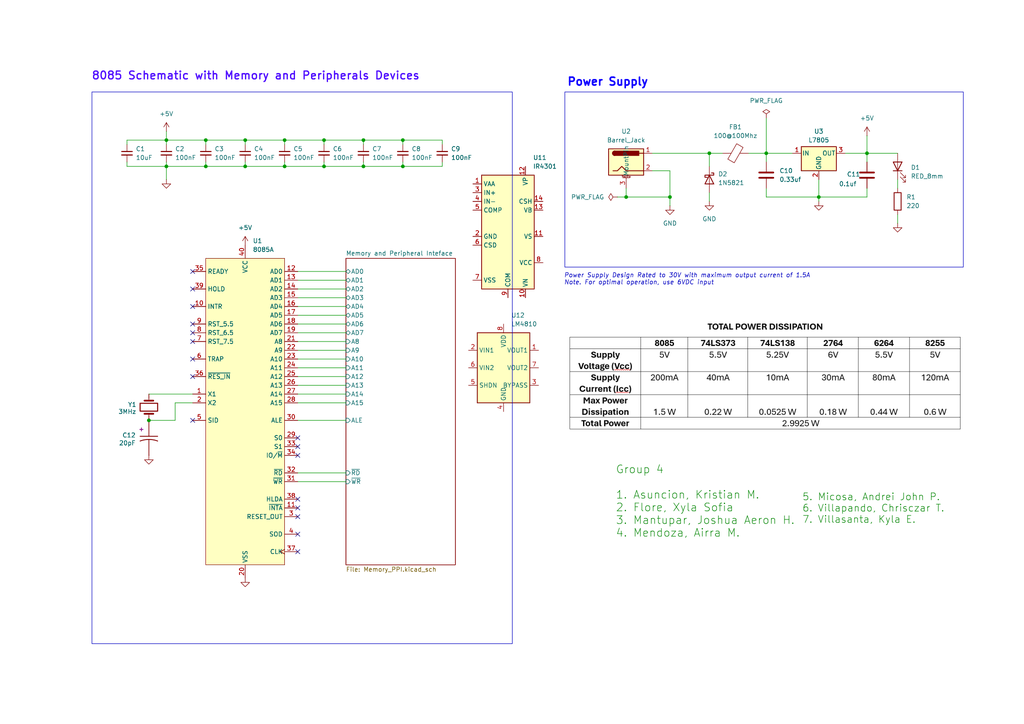
<source format=kicad_sch>
(kicad_sch (version 20231120) (generator "eeschema") (generator_version "8.0")
  (paper "A4")
  (title_block (title "8085 Schematic with Memory and Peripherals Devies") (date "2024-04-23"))
  (lib_symbols
    (symbol "Amplifier_Audio:IR4301"
      (property "Reference" "U" (at -7.62 20.955 0))
      (property "Value" "IR4301" (at -7.62 19.05 0))
      (symbol "IR4301_0_1"
        (rectangle (start -7.62 -15.24) (end 7.62 17.78) (stroke (width 0.254)) (fill (type background)))
      )
      (symbol "IR4301_1_1"
        (pin power_in line (at -10.16 15.24 0) (length 2.54) (name "VAA") (number "1"))
        (pin power_in line (at 5.08 -17.78 90) (length 2.54) (name "VN") (number "10"))
        (pin output line (at 10.16 0 180) (length 2.54) (name "VS") (number "11"))
        (pin power_in line (at 5.08 20.32 270) (length 2.54) (name "VP") (number "12"))
        (pin power_in line (at 10.16 7.62 180) (length 2.54) (name "VB") (number "13"))
        (pin passive line (at 10.16 10.16 180) (length 2.54) (name "CSH") (number "14"))
        (pin passive line (at 0 -17.78 90) (length 2.54) hide (name "COM") (number "15"))
        (pin power_in line (at -10.16 0 0) (length 2.54) (name "GND") (number "2"))
        (pin input line (at -10.16 12.7 0) (length 2.54) (name "IN+") (number "3"))
        (pin input line (at -10.16 10.16 0) (length 2.54) (name "IN-") (number "4"))
        (pin output line (at -10.16 7.62 0) (length 2.54) (name "COMP") (number "5"))
        (pin passive line (at -10.16 -2.54 0) (length 2.54) (name "CSD") (number "6"))
        (pin power_in line (at -10.16 -12.7 0) (length 2.54) (name "VSS") (number "7"))
        (pin power_in line (at 10.16 -7.62 180) (length 2.54) (name "VCC") (number "8"))
        (pin power_in line (at 0 -17.78 90) (length 2.54) (name "COM") (number "9"))
      )
    )
    (symbol "Amplifier_Audio:LM4810"
      (property "Reference" "U" (at -6.35 11.43 0))
      (property "Value" "LM4810" (at 5.08 11.43 0))
      (symbol "LM4810_0_1"
        (rectangle (start -7.62 10.16) (end 7.62 -10.16) (stroke (width 0.254)) (fill (type background)))
      )
      (symbol "LM4810_1_1"
        (pin output line (at 10.16 5.08 180) (length 2.54) (name "VOUT1") (number "1"))
        (pin input line (at -10.16 5.08 0) (length 2.54) (name "VIN1") (number "2"))
        (pin passive line (at 10.16 -5.08 180) (length 2.54) (name "BYPASS") (number "3"))
        (pin power_in line (at 0 -12.7 90) (length 2.54) (name "GND") (number "4"))
        (pin input line (at -10.16 -5.08 0) (length 2.54) (name "SHDN") (number "5"))
        (pin input line (at -10.16 0 0) (length 2.54) (name "VIN2") (number "6"))
        (pin output line (at 10.16 0 180) (length 2.54) (name "VOUT2") (number "7"))
        (pin power_in line (at 0 12.7 270) (length 2.54) (name "VDD") (number "8"))
      )
    )
    (symbol "Barrel_Jack:Barrel_Jack"
      (property "Reference" "U" (at 2.286 7.366 0))
      (property "Value" "Barrel_Jack" (at 7.112 5.334 0))
      (symbol "Barrel_Jack_0_1"
        (rectangle (start -5.08 3.81) (end 5.08 -3.81) (stroke (width 0.254)) (fill (type background)))
        (arc (start -3.302 3.175) (mid -3.9343 2.54) (end -3.302 1.905) (stroke (width 0.254)))
        (arc (start -3.302 3.175) (mid -3.9343 2.54) (end -3.302 1.905) (stroke (width 0.254)) (fill (type outline)))
        (polyline (pts (xy 5.08 2.54) (xy 3.81 2.54)) (stroke (width 0.254)))
        (polyline (pts (xy -3.81 -2.54) (xy -2.54 -2.54) (xy -1.27 -1.27) (xy 0 -2.54) (xy 2.54 -2.54) (xy 5.08 -2.54)) (stroke (width 0.254)))
        (rectangle (start 3.683 3.175) (end -3.302 1.905) (stroke (width 0.254)) (fill (type outline)))
      )
      (symbol "Barrel_Jack_1_1"
        (polyline (pts (xy -1.016 -4.572) (xy 1.016 -4.572)) (stroke (width 0.1524)))
        (text "Mounting" (at 0 -4.191 0) (effects (font (size 0.381 0.381))))
        (pin passive line (at 7.62 2.54 180) (length 2.54) (name "~") (number "1"))
        (pin passive line (at 7.62 -2.54 180) (length 2.54) (name "~") (number "2"))
        (pin passive line (at 0 -7.62 90) (length 3.048) (name "MountPin") (number "3"))
      )
    )
    (symbol "Device:C" (pin_numbers hide) (pin_names (offset 0.254))
      (property "Reference" "C" (at 0.635 2.54 0))
      (property "Value" "C" (at 0.635 -2.54 0))
      (symbol "C_0_1"
        (polyline (pts (xy -2.032 -0.762) (xy 2.032 -0.762)) (stroke (width 0.508)))
        (polyline (pts (xy -2.032 0.762) (xy 2.032 0.762)) (stroke (width 0.508)))
      )
      (symbol "C_1_1"
        (pin passive line (at 0 3.81 270) (length 2.794) (name "~") (number "1"))
        (pin passive line (at 0 -3.81 90) (length 2.794) (name "~") (number "2"))
      )
    )
    (symbol "Device:C_Small" (pin_numbers hide) (pin_names (offset 0.254) hide)
      (property "Reference" "C" (at 0.254 1.778 0))
      (property "Value" "C_Small" (at 0.254 -2.032 0))
      (symbol "C_Small_0_1"
        (polyline (pts (xy -1.524 -0.508) (xy 1.524 -0.508)) (stroke (width 0.3302)))
        (polyline (pts (xy -1.524 0.508) (xy 1.524 0.508)) (stroke (width 0.3048)))
      )
      (symbol "C_Small_1_1"
        (pin passive line (at 0 2.54 270) (length 2.032) (name "~") (number "1"))
        (pin passive line (at 0 -2.54 90) (length 2.032) (name "~") (number "2"))
      )
    )
    (symbol "Device:Crystal" (pin_numbers hide) (pin_names (offset 1.016) hide)
      (property "Reference" "Y" (at 0 3.81 0))
      (property "Value" "Crystal" (at 0 -3.81 0))
      (symbol "Crystal_0_1"
        (rectangle (start -1.143 2.54) (end 1.143 -2.54) (stroke (width 0.3048)))
        (polyline (pts (xy -2.54 0) (xy -1.905 0)))
        (polyline (pts (xy -1.905 -1.27) (xy -1.905 1.27)) (stroke (width 0.508)))
        (polyline (pts (xy 1.905 -1.27) (xy 1.905 1.27)) (stroke (width 0.508)))
        (polyline (pts (xy 2.54 0) (xy 1.905 0)))
      )
      (symbol "Crystal_1_1"
        (pin passive line (at -3.81 0 0) (length 1.27) (name "1") (number "1"))
        (pin passive line (at 3.81 0 180) (length 1.27) (name "2") (number "2"))
      )
    )
    (symbol "Device:FerriteBead" (pin_numbers hide) (pin_names (offset 0))
      (property "Reference" "FB" (at -3.81 0.635 90))
      (property "Value" "FerriteBead" (at 3.81 0 90))
      (symbol "FerriteBead_0_1"
        (polyline (pts (xy 0 -1.27) (xy 0 -1.2192)))
        (polyline (pts (xy 0 1.27) (xy 0 1.2954)))
        (polyline (pts (xy -2.7686 0.4064) (xy -1.7018 2.2606) (xy 2.7686 -0.3048) (xy 1.6764 -2.159) (xy -2.7686 0.4064)))
      )
      (symbol "FerriteBead_1_1"
        (pin passive line (at 0 3.81 270) (length 2.54) (name "~") (number "1"))
        (pin passive line (at 0 -3.81 90) (length 2.54) (name "~") (number "2"))
      )
    )
    (symbol "Device:LED" (pin_numbers hide) (pin_names (offset 1.016) hide)
      (property "Reference" "D" (at 0 2.54 0))
      (property "Value" "LED" (at 0 -2.54 0))
      (symbol "LED_0_1"
        (polyline (pts (xy -1.27 -1.27) (xy -1.27 1.27)) (stroke (width 0.254)))
        (polyline (pts (xy -1.27 0) (xy 1.27 0)))
        (polyline (pts (xy 1.27 -1.27) (xy 1.27 1.27) (xy -1.27 0) (xy 1.27 -1.27)) (stroke (width 0.254)))
        (polyline (pts (xy -3.048 -0.762) (xy -4.572 -2.286) (xy -3.81 -2.286) (xy -4.572 -2.286) (xy -4.572 -1.524)))
        (polyline (pts (xy -1.778 -0.762) (xy -3.302 -2.286) (xy -2.54 -2.286) (xy -3.302 -2.286) (xy -3.302 -1.524)))
      )
      (symbol "LED_1_1"
        (pin passive line (at -3.81 0 0) (length 2.54) (name "K") (number "1"))
        (pin passive line (at 3.81 0 180) (length 2.54) (name "A") (number "2"))
      )
    )
    (symbol "Device:R" (pin_numbers hide) (pin_names (offset 0))
      (property "Reference" "R" (at 2.032 0 90))
      (property "Value" "R" (at 0 0 90))
      (symbol "R_0_1"
        (rectangle (start -1.016 -2.54) (end 1.016 2.54) (stroke (width 0.254)))
      )
      (symbol "R_1_1"
        (pin passive line (at 0 3.81 270) (length 1.27) (name "~") (number "1"))
        (pin passive line (at 0 -3.81 90) (length 1.27) (name "~") (number "2"))
      )
    )
    (symbol "Diode:1N5821" (pin_numbers hide) (pin_names (offset 1.016) hide)
      (property "Reference" "D" (at 0 2.54 0))
      (property "Value" "1N5821" (at 0 -2.54 0))
      (symbol "1N5821_0_1"
        (polyline (pts (xy 1.27 0) (xy -1.27 0)))
        (polyline (pts (xy 1.27 1.27) (xy 1.27 -1.27) (xy -1.27 0) (xy 1.27 1.27)) (stroke (width 0.254)))
        (polyline (pts (xy -1.905 0.635) (xy -1.905 1.27) (xy -1.27 1.27) (xy -1.27 -1.27) (xy -0.635 -1.27) (xy -0.635 -0.635)) (stroke (width 0.254)))
      )
      (symbol "1N5821_1_1"
        (pin passive line (at -3.81 0 0) (length 2.54) (name "K") (number "1"))
        (pin passive line (at 3.81 0 180) (length 2.54) (name "A") (number "2"))
      )
    )
    (symbol "Intel_8085:8085"
      (property "Reference" "U" (at 8.636 45.466 0))
      (property "Value" "8085A" (at -10.16 36.83 0))
      (symbol "8085_0_1"
        (rectangle (start -11.43 44.45) (end 11.43 -44.45) (fill (type background)))
      )
      (symbol "8085_1_0"
        (pin input line (at -15.24 5.08 0) (length 3.81) (name "X1") (number "1"))
        (pin input line (at -15.24 30.48 0) (length 3.81) (name "INTR") (number "10"))
        (pin output line (at 15.24 -27.94 180) (length 3.81) (name "~{INTA}") (number "11"))
        (pin bidirectional line (at 15.24 40.64 180) (length 3.81) (name "AD0") (number "12"))
        (pin bidirectional line (at 15.24 38.1 180) (length 3.81) (name "AD1") (number "13"))
        (pin bidirectional line (at 15.24 35.56 180) (length 3.81) (name "AD2") (number "14"))
        (pin bidirectional line (at 15.24 33.02 180) (length 3.81) (name "AD3") (number "15"))
        (pin bidirectional line (at 15.24 30.48 180) (length 3.81) (name "AD4") (number "16"))
        (pin bidirectional line (at 15.24 27.94 180) (length 3.81) (name "AD5") (number "17"))
        (pin bidirectional line (at 15.24 25.4 180) (length 3.81) (name "AD6") (number "18"))
        (pin bidirectional line (at 15.24 22.86 180) (length 3.81) (name "AD7") (number "19"))
        (pin input line (at -15.24 2.54 0) (length 3.81) (name "X2") (number "2"))
        (pin power_in line (at 0 -48.26 90) (length 3.81) (name "VSS") (number "20"))
        (pin output line (at 15.24 20.32 180) (length 3.81) (name "A8") (number "21"))
        (pin output line (at 15.24 17.78 180) (length 3.81) (name "A9") (number "22"))
        (pin output line (at 15.24 15.24 180) (length 3.81) (name "A10") (number "23"))
        (pin output line (at 15.24 12.7 180) (length 3.81) (name "A11") (number "24"))
        (pin output line (at 15.24 10.16 180) (length 3.81) (name "A12") (number "25"))
        (pin output line (at 15.24 7.62 180) (length 3.81) (name "A13") (number "26"))
        (pin output line (at 15.24 5.08 180) (length 3.81) (name "A14") (number "27"))
        (pin output line (at 15.24 2.54 180) (length 3.81) (name "A15") (number "28"))
        (pin output line (at 15.24 -7.62 180) (length 3.81) (name "S0") (number "29"))
        (pin output line (at 15.24 -30.48 180) (length 3.81) (name "RESET_OUT") (number "3"))
        (pin output line (at 15.24 -2.54 180) (length 3.81) (name "ALE") (number "30"))
        (pin output line (at 15.24 -20.32 180) (length 3.81) (name "~{WR}") (number "31"))
        (pin output line (at 15.24 -17.78 180) (length 3.81) (name "~{RD}") (number "32"))
        (pin output line (at 15.24 -10.16 180) (length 3.81) (name "S1") (number "33"))
        (pin input line (at 15.24 -12.7 180) (length 3.81) (name "IO/~{M}") (number "34"))
        (pin input line (at -15.24 40.64 0) (length 3.81) (name "READY") (number "35"))
        (pin input line (at -15.24 10.16 0) (length 3.81) (name "~{RES_IN}") (number "36"))
        (pin output clock (at 15.24 -40.64 180) (length 3.81) (name "CLK") (number "37"))
        (pin output line (at 15.24 -25.4 180) (length 3.81) (name "HLDA") (number "38"))
        (pin input line (at -15.24 35.56 0) (length 3.81) (name "HOLD") (number "39"))
        (pin output line (at 15.24 -35.56 180) (length 3.81) (name "SOD") (number "4"))
        (pin power_in line (at 0 48.26 270) (length 3.81) (name "VCC") (number "40"))
        (pin input line (at -15.24 -2.54 0) (length 3.81) (name "SID") (number "5"))
        (pin input line (at -15.24 15.24 0) (length 3.81) (name "TRAP") (number "6"))
        (pin input line (at -15.24 20.32 0) (length 3.81) (name "RST_7.5") (number "7"))
        (pin input line (at -15.24 22.86 0) (length 3.81) (name "RST_6.5") (number "8"))
        (pin input line (at -15.24 25.4 0) (length 3.81) (name "RST_5.5") (number "9"))
      )
    )
    (symbol "PCM_Generic:C,IEEE" (pin_numbers hide) (pin_names (offset 0) hide)
      (property "Reference" "C" (at 2.54 2.54 0))
      (property "Value" "C,IEEE" (at 2.54 -2.54 0))
      (property "Indicator" "+" (at -2.54 2.54 0))
      (symbol "C,IEEE_1_1"
        (polyline (pts (xy -2.54 0.4572) (xy 2.54 0.4572)) (stroke (width 0.254)))
        (arc (start 2.54 -0.9144) (mid 0 -0.4576) (end -2.54 -0.9144) (stroke (width 0.254)))
        (pin passive line (at 0 5.08 270) (length 4.6228) (name "+") (number "1"))
        (pin passive line (at 0 -5.08 90) (length 4.6228) (name "-") (number "2"))
      )
    )
    (symbol "Regulator_Linear:L7805" (pin_names (offset 0.254))
      (property "Reference" "U" (at -3.81 3.175 0))
      (property "Value" "L7805" (at 0 3.175 0))
      (symbol "L7805_0_1"
        (rectangle (start -5.08 1.905) (end 5.08 -5.08) (stroke (width 0.254)) (fill (type background)))
      )
      (symbol "L7805_1_1"
        (pin power_in line (at -7.62 0 0) (length 2.54) (name "IN") (number "1"))
        (pin power_in line (at 0 -7.62 90) (length 2.54) (name "GND") (number "2"))
        (pin power_out line (at 7.62 0 180) (length 2.54) (name "OUT") (number "3"))
      )
    )
    (symbol "power:+5V" (power) (pin_numbers hide) (pin_names (offset 0) hide)
      (property "Value" "+5V" (at 0 3.556 0))
      (symbol "+5V_0_1"
        (polyline (pts (xy -0.762 1.27) (xy 0 2.54)))
        (polyline (pts (xy 0 0) (xy 0 2.54)))
        (polyline (pts (xy 0 2.54) (xy 0.762 1.27)))
      )
      (symbol "+5V_1_1"
        (pin power_in line (at 0 0 90) (length 0) (name "~") (number "1"))
      )
    )
    (symbol "power:GND" (power) (pin_numbers hide) (pin_names (offset 0) hide)
      (property "Value" "GND" (at 0 -3.81 0))
      (symbol "GND_0_1"
        (polyline (pts (xy 0 0) (xy 0 -1.27) (xy 1.27 -1.27) (xy 0 -2.54) (xy -1.27 -1.27) (xy 0 -1.27)))
      )
      (symbol "GND_1_1"
        (pin power_in line (at 0 0 270) (length 0) (name "~") (number "1"))
      )
    )
    (symbol "power:PWR_FLAG" (power) (pin_numbers hide) (pin_names (offset 0) hide)
      (property "Value" "PWR_FLAG" (at 0 3.81 0))
      (symbol "PWR_FLAG_0_0"
        (pin power_out line (at 0 0 90) (length 0) (name "~") (number "1"))
      )
      (symbol "PWR_FLAG_0_1"
        (polyline (pts (xy 0 0) (xy 0 1.27) (xy -1.016 1.905) (xy 0 2.54) (xy 1.016 1.905) (xy 0 1.27)))
      )
    )
    (symbol "power:VCC" (power) (pin_numbers hide) (pin_names (offset 0) hide)
      (property "Value" "VCC" (at 0 3.556 0))
      (symbol "VCC_0_1"
        (polyline (pts (xy -0.762 1.27) (xy 0 2.54)))
        (polyline (pts (xy 0 0) (xy 0 2.54)))
        (polyline (pts (xy 0 2.54) (xy 0.762 1.27)))
      )
      (symbol "VCC_1_1"
        (pin power_in line (at 0 0 90) (length 0) (name "~") (number "1"))
      )
    )
  )
  (junction (at 205.74 44.45))
  (junction (at 105.41 40.64))
  (junction (at 82.55 40.64))
  (junction (at 116.84 48.26))
  (junction (at 251.46 44.45))
  (junction (at 71.12 40.64))
  (junction (at 59.69 48.26))
  (junction (at 194.31 57.15))
  (junction (at 43.18 121.92))
  (junction (at 181.61 57.15))
  (junction (at 82.55 48.26))
  (junction (at 59.69 40.64))
  (junction (at 48.26 40.64))
  (junction (at 237.49 57.15))
  (junction (at 93.98 48.26))
  (junction (at 116.84 40.64))
  (junction (at 71.12 48.26))
  (junction (at 48.26 48.26))
  (junction (at 93.98 40.64))
  (junction (at 222.25 44.45))
  (junction (at 105.41 48.26))
  (no_connect (at 86.36 154.94))
  (no_connect (at 86.36 160.02))
  (no_connect (at 55.88 83.82))
  (no_connect (at 55.88 121.92))
  (no_connect (at 55.88 93.98))
  (no_connect (at 55.88 78.74))
  (no_connect (at 86.36 132.08))
  (no_connect (at 55.88 96.52))
  (no_connect (at 55.88 109.22))
  (no_connect (at 55.88 99.06))
  (no_connect (at 55.88 104.14))
  (no_connect (at 86.36 129.54))
  (no_connect (at 86.36 127))
  (no_connect (at 86.36 147.32))
  (no_connect (at 86.36 144.78))
  (no_connect (at 55.88 88.9))
  (no_connect (at 86.36 149.86))
  (wire (pts (xy 86.36 106.68) (xy 100.33 106.68)))
  (wire (pts (xy 179.07 57.15) (xy 181.61 57.15)))
  (wire (pts (xy 48.26 46.99) (xy 48.26 48.26)))
  (wire (pts (xy 260.35 62.23) (xy 260.35 64.77)))
  (wire (pts (xy 48.26 48.26) (xy 48.26 52.07)))
  (wire (pts (xy 86.36 121.92) (xy 100.33 121.92)))
  (wire (pts (xy 222.25 57.15) (xy 237.49 57.15)))
  (wire (pts (xy 86.36 96.52) (xy 100.33 96.52)))
  (wire (pts (xy 86.36 99.06) (xy 100.33 99.06)))
  (wire (pts (xy 116.84 48.26) (xy 128.27 48.26)))
  (wire (pts (xy 82.55 48.26) (xy 93.98 48.26)))
  (wire (pts (xy 59.69 40.64) (xy 71.12 40.64)))
  (wire (pts (xy 237.49 58.42) (xy 237.49 57.15)))
  (wire (pts (xy 116.84 46.99) (xy 116.84 48.26)))
  (wire (pts (xy 71.12 40.64) (xy 82.55 40.64)))
  (wire (pts (xy 86.36 137.16) (xy 100.33 137.16)))
  (wire (pts (xy 222.25 34.29) (xy 222.25 44.45)))
  (wire (pts (xy 260.35 52.07) (xy 260.35 54.61)))
  (wire (pts (xy 251.46 44.45) (xy 260.35 44.45)))
  (wire (pts (xy 181.61 57.15) (xy 194.31 57.15)))
  (wire (pts (xy 251.46 46.99) (xy 251.46 44.45)))
  (wire (pts (xy 59.69 40.64) (xy 59.69 41.91)))
  (wire (pts (xy 86.36 109.22) (xy 100.33 109.22)))
  (wire (pts (xy 86.36 83.82) (xy 100.33 83.82)))
  (wire (pts (xy 48.26 38.1) (xy 48.26 40.64)))
  (wire (pts (xy 86.36 88.9) (xy 100.33 88.9)))
  (wire (pts (xy 181.61 54.61) (xy 181.61 57.15)))
  (wire (pts (xy 116.84 41.91) (xy 116.84 40.64)))
  (wire (pts (xy 105.41 46.99) (xy 105.41 48.26)))
  (wire (pts (xy 86.36 111.76) (xy 100.33 111.76)))
  (wire (pts (xy 82.55 46.99) (xy 82.55 48.26)))
  (wire (pts (xy 222.25 44.45) (xy 229.87 44.45)))
  (wire (pts (xy 86.36 101.6) (xy 100.33 101.6)))
  (wire (pts (xy 189.23 49.53) (xy 194.31 49.53)))
  (wire (pts (xy 237.49 52.07) (xy 237.49 57.15)))
  (wire (pts (xy 86.36 91.44) (xy 100.33 91.44)))
  (wire (pts (xy 48.26 48.26) (xy 59.69 48.26)))
  (wire (pts (xy 194.31 49.53) (xy 194.31 57.15)))
  (wire (pts (xy 43.18 121.92) (xy 50.8 121.92)))
  (wire (pts (xy 251.46 57.15) (xy 237.49 57.15)))
  (wire (pts (xy 105.41 48.26) (xy 116.84 48.26)))
  (wire (pts (xy 59.69 48.26) (xy 71.12 48.26)))
  (wire (pts (xy 128.27 40.64) (xy 116.84 40.64)))
  (wire (pts (xy 71.12 48.26) (xy 82.55 48.26)))
  (wire (pts (xy 105.41 40.64) (xy 116.84 40.64)))
  (wire (pts (xy 86.36 104.14) (xy 100.33 104.14)))
  (wire (pts (xy 209.55 44.45) (xy 205.74 44.45)))
  (wire (pts (xy 86.36 114.3) (xy 100.33 114.3)))
  (wire (pts (xy 82.55 40.64) (xy 93.98 40.64)))
  (wire (pts (xy 86.36 93.98) (xy 100.33 93.98)))
  (wire (pts (xy 55.88 116.84) (xy 50.8 116.84)))
  (wire (pts (xy 86.36 86.36) (xy 100.33 86.36)))
  (wire (pts (xy 86.36 78.74) (xy 100.33 78.74)))
  (wire (pts (xy 48.26 40.64) (xy 59.69 40.64)))
  (wire (pts (xy 245.11 44.45) (xy 251.46 44.45)))
  (wire (pts (xy 217.17 44.45) (xy 222.25 44.45)))
  (wire (pts (xy 205.74 44.45) (xy 205.74 48.26)))
  (wire (pts (xy 82.55 40.64) (xy 82.55 41.91)))
  (wire (pts (xy 43.18 114.3) (xy 55.88 114.3)))
  (wire (pts (xy 205.74 55.88) (xy 205.74 58.42)))
  (wire (pts (xy 59.69 46.99) (xy 59.69 48.26)))
  (wire (pts (xy 36.83 48.26) (xy 48.26 48.26)))
  (wire (pts (xy 93.98 40.64) (xy 93.98 41.91)))
  (wire (pts (xy 86.36 139.7) (xy 100.33 139.7)))
  (wire (pts (xy 93.98 40.64) (xy 105.41 40.64)))
  (wire (pts (xy 189.23 44.45) (xy 205.74 44.45)))
  (wire (pts (xy 222.25 54.61) (xy 222.25 57.15)))
  (wire (pts (xy 86.36 81.28) (xy 100.33 81.28)))
  (wire (pts (xy 93.98 48.26) (xy 105.41 48.26)))
  (wire (pts (xy 48.26 41.91) (xy 48.26 40.64)))
  (wire (pts (xy 128.27 46.99) (xy 128.27 48.26)))
  (wire (pts (xy 36.83 40.64) (xy 48.26 40.64)))
  (wire (pts (xy 36.83 41.91) (xy 36.83 40.64)))
  (wire (pts (xy 71.12 40.64) (xy 71.12 41.91)))
  (wire (pts (xy 86.36 116.84) (xy 100.33 116.84)))
  (wire (pts (xy 50.8 116.84) (xy 50.8 121.92)))
  (wire (pts (xy 194.31 57.15) (xy 194.31 59.69)))
  (wire (pts (xy 71.12 46.99) (xy 71.12 48.26)))
  (wire (pts (xy 251.46 54.61) (xy 251.46 57.15)))
  (wire (pts (xy 36.83 46.99) (xy 36.83 48.26)))
  (wire (pts (xy 222.25 46.99) (xy 222.25 44.45)))
  (wire (pts (xy 105.41 40.64) (xy 105.41 41.91)))
  (wire (pts (xy 251.46 39.37) (xy 251.46 44.45)))
  (wire (pts (xy 128.27 41.91) (xy 128.27 40.64)))
  (wire (pts (xy 93.98 46.99) (xy 93.98 48.26)))
  (rectangle (start 163.83 26.67) (end 279.4 77.47))
  (rectangle (start 26.67 26.67) (end 148.59 186.69))
  (image (at 222.25 109.22) (scale 0.45428))
  (text "Power Supply Design Rated to 30V with maximum output current of 1.5A \nNote. For optimal operation, use 6VDC input" (at 163.576 81.026 0) (effects (font (size 1.27 1.27) (italic yes)) (justify left)))
  (text "Group 4\n\n1. Asuncion, Kristian M. \n2. Flore, Xyla Sofia	\n3. Mantupar, Joshua Aeron H.\n4. Mendoza, Airra M." (at 178.562 145.542 0) (effects (font (size 2.286 2.286)) (justify left)))
  (text "Power Supply\n" (at 176.276 23.876 0) (effects (font (size 2.286 2.286) (thickness 0.4572) (bold yes))))
  (text "5. Micosa, Andrei John P.\n6. Villapando, Chrisczar T.\n7. Villasanta, Kyla E." (at 232.664 147.574 0) (effects (font (size 2.032 2.032)) (justify left)))
  (text "8085 Schematic with Memory and Peripherals Devices" (at 74.168 22.098 0) (effects (font (size 2.286 2.286) (thickness 0.3556) (bold yes))))
  (symbol (lib_id "Device:LED") (at 260.35 48.26 90) (unit 1)
    (property "Reference" "D1" (at 264.16 48.5774 90) (effects (justify right)))
    (property "Value" "RED_8mm" (at 264.16 51.1174 90) (effects (justify right)))
    (property "Footprint" "LED_THT:LED_D8.0mm" (effects (hide yes)))
    (property "Description" "Light emitting diode" (effects (hide yes)))
  )
  (symbol (lib_id "Amplifier_Audio:LM4810") (at 146.05 106.68 0) (unit 1)
    (property "Reference" "U12" (at 148.2441 91.44 0) (effects (justify left)))
    (property "Value" "LM4810" (at 148.2441 93.98 0) (effects (justify left)))
    (property "Footprint" "Package_SO:TSSOP-8_3x3mm_P0.65mm" (effects (hide yes)))
    (property "Datasheet" "http://www.ti.com/lit/ds/symlink/lm4810.pdf" (effects (hide yes)))
    (property "Description" "Boomer Dual 105mW Headphone Amplifier with Active-High Shutdown Mode, VSSOP-8" (effects (hide yes)))
  )
  (symbol (lib_id "Intel_8085:8085") (at 71.12 119.38 0) (unit 1)
    (property "Reference" "U1" (at 73.3141 69.85 0) (effects (justify left)))
    (property "Value" "8085A" (at 73.3141 72.39 0) (effects (justify left)))
    (property "Footprint" "Package_DIP:DIP-40_W15.24mm" (effects (hide yes)))
    (property "Datasheet" "https://www.inf.pucrs.br/~calazans/undergrad/OAP/mat_microproc/intel-8085_datasheet.pdf" (effects (hide yes)))
  )
  (symbol (lib_id "power:GND") (at 260.35 64.77 0) (unit 1)
    (property "Reference" "#PWR07" (effects (hide yes)))
    (property "Value" "GND" (effects (hide yes)))
    (property "Description" "Power symbol creates a global label with name \"GND\" , ground" (effects (hide yes)))
  )
  (symbol (lib_id "Barrel_Jack:Barrel_Jack") (at 181.61 46.99 0) (unit 1)
    (property "Reference" "U2" (at 181.61 38.1 0))
    (property "Value" "Barrel_Jack" (at 181.61 40.64 0))
    (property "Footprint" "Connector_BarrelJack:BarrelJack_Horizontal" (effects (hide yes)))
  )
  (symbol (lib_id "power:PWR_FLAG") (at 222.25 34.29 0) (unit 1)
    (property "Reference" "#FLG01" (effects (hide yes)))
    (property "Value" "PWR_FLAG" (at 222.25 29.21 0))
    (property "Description" "Special symbol for telling ERC where power comes from" (effects (hide yes)))
  )
  (symbol (lib_id "Diode:1N5821") (at 205.74 52.07 270) (unit 1)
    (property "Reference" "D2" (at 208.28 50.4824 90) (effects (justify left)))
    (property "Value" "1N5821" (at 208.28 53.0224 90) (effects (justify left)))
    (property "Footprint" "Diode_THT:D_DO-201AD_P15.24mm_Horizontal" (effects (hide yes)))
    (property "Datasheet" "http://www.vishay.com/docs/88526/1n5820.pdf" (effects (hide yes)))
    (property "Description" "30V 3A Schottky Barrier Rectifier Diode, DO-201AD" (effects (hide yes)))
  )
  (symbol (lib_id "Device:Crystal") (at 43.18 118.11 270) (unit 1)
    (property "Reference" "Y1" (at 37.084 117.348 90) (effects (justify left)))
    (property "Value" "3MHz" (at 34.29 119.38 90) (effects (justify left)))
    (property "Footprint" "Crystal:Crystal_HC49-U_Vertical" (effects (hide yes)))
    (property "Description" "Two pin crystal" (effects (hide yes)))
  )
  (symbol (lib_id "Device:C_Small") (at 59.69 44.45 0) (unit 1)
    (property "Reference" "C3" (at 62.23 43.1862 0) (effects (justify left)))
    (property "Value" "100nF" (at 62.23 45.7262 0) (effects (justify left)))
    (property "Footprint" "Capacitor_THT:C_Disc_D4.3mm_W1.9mm_P5.00mm" (effects (hide yes)))
    (property "Description" "Unpolarized capacitor, small symbol" (effects (hide yes)))
  )
  (symbol (lib_id "power:GND") (at 71.12 167.64 0) (unit 1)
    (property "Reference" "#PWR010" (effects (hide yes)))
    (property "Value" "GND" (effects (hide yes)))
    (property "Description" "Power symbol creates a global label with name \"GND\" , ground" (effects (hide yes)))
  )
  (symbol (lib_id "Device:C_Small") (at 48.26 44.45 0) (unit 1)
    (property "Reference" "C2" (at 50.8 43.1862 0) (effects (justify left)))
    (property "Value" "100nF" (at 50.8 45.7262 0) (effects (justify left)))
    (property "Footprint" "Capacitor_THT:C_Disc_D4.3mm_W1.9mm_P5.00mm" (effects (hide yes)))
    (property "Description" "Unpolarized capacitor, small symbol" (effects (hide yes)))
  )
  (symbol (lib_id "Amplifier_Audio:IR4301") (at 147.32 68.58 0) (unit 1)
    (property "Reference" "U11" (at 154.5941 45.72 0) (effects (justify left)))
    (property "Value" "IR4301" (at 154.5941 48.26 0) (effects (justify left)))
    (property "Footprint" "Package_DFN_QFN:Infineon_PQFN-22-15-4EP_6x5mm_P0.65mm" (effects (hide yes)))
    (property "Datasheet" "https://www.infineon.com/dgdl/ir4301.pdf?fileId=5546d462533600a4015355d5fc691819" (effects (hide yes)))
    (property "Description" "PowIRaudio Integrated Analog Input Class D Audio Amplifier, 160W/4ohm, 80V, PQFN-22" (effects (hide yes)))
  )
  (symbol (lib_id "power:+5V") (at 48.26 38.1 0) (unit 1)
    (property "Reference" "#PWR01" (effects (hide yes)))
    (property "Value" "+5V" (at 48.26 33.02 0))
    (property "Description" "Power symbol creates a global label with name \"+5V\"" (effects (hide yes)))
  )
  (symbol (lib_id "power:GND") (at 48.26 52.07 0) (unit 1)
    (property "Reference" "#PWR03" (effects (hide yes)))
    (property "Value" "GND" (effects (hide yes)))
    (property "Description" "Power symbol creates a global label with name \"GND\" , ground" (effects (hide yes)))
  )
  (symbol (lib_id "power:PWR_FLAG") (at 179.07 57.15 90) (unit 1)
    (property "Reference" "#FLG02" (effects (hide yes)))
    (property "Value" "PWR_FLAG" (at 175.26 57.1499 90) (effects (justify left)))
    (property "Description" "Special symbol for telling ERC where power comes from" (effects (hide yes)))
  )
  (symbol (lib_id "power:VCC") (at 251.46 39.37 0) (unit 1)
    (property "Reference" "#PWR02" (effects (hide yes)))
    (property "Value" "+5V" (at 251.46 34.29 0))
    (property "Description" "Power symbol creates a global label with name \"VCC\"" (effects (hide yes)))
  )
  (symbol (lib_id "Regulator_Linear:L7805") (at 237.49 44.45 0) (unit 1)
    (property "Reference" "U3" (at 237.49 38.1 0))
    (property "Value" "L7805" (at 237.49 40.64 0))
    (property "Footprint" "Package_TO_SOT_THT:TO-220-3_Vertical" (effects (hide yes)))
    (property "Datasheet" "http://www.st.com/content/ccc/resource/technical/document/datasheet/41/4f/b3/b0/12/d4/47/88/CD00000444.pdf/files/CD00000444.pdf/jcr:content/translations/en.CD00000444.pdf" (effects (hide yes)))
    (property "Description" "Positive 1.5A 35V Linear Regulator, Fixed Output 5V, TO-220/TO-263/TO-252" (effects (hide yes)))
  )
  (symbol (lib_id "Device:C_Small") (at 93.98 44.45 0) (unit 1)
    (property "Reference" "C6" (at 96.52 43.1862 0) (effects (justify left)))
    (property "Value" "100nF" (at 96.52 45.7262 0) (effects (justify left)))
    (property "Footprint" "Capacitor_THT:C_Disc_D4.3mm_W1.9mm_P5.00mm" (effects (hide yes)))
    (property "Description" "Unpolarized capacitor, small symbol" (effects (hide yes)))
  )
  (symbol (lib_id "power:GND") (at 205.74 58.42 0) (unit 1)
    (property "Reference" "#PWR04" (effects (hide yes)))
    (property "Value" "GND" (at 205.74 63.5 0))
    (property "Description" "Power symbol creates a global label with name \"GND\" , ground" (effects (hide yes)))
  )
  (symbol (lib_id "PCM_Generic:C,IEEE") (at 43.18 127 0) (unit 1)
    (property "Reference" "C12" (at 39.37 126.238 0) (effects (justify right)))
    (property "Value" "20pF" (at 39.37 128.4985 0) (effects (justify right)))
    (property "Footprint" "Capacitor_THT:CP_Radial_D8.0mm_P3.50mm" (effects (hide yes)))
    (property "Description" "capacitor, non-polarized/polar(ized)/bipolar (IEEE curved)" (effects (hide yes)))
    (property "Indicator" "+" (at 41.91 124.46 0) (effects (justify right)))
  )
  (symbol (lib_id "Device:FerriteBead") (at 213.36 44.45 90) (unit 1)
    (property "Reference" "FB1" (at 213.3092 36.83 90))
    (property "Value" "100@100Mhz" (at 213.3092 39.37 90))
    (property "Footprint" "Ferrite_THT:LairdTech_28C0236-0JW-10" (effects (hide yes)))
    (property "Description" "Ferrite bead" (effects (hide yes)))
  )
  (symbol (lib_id "Device:C_Small") (at 116.84 44.45 0) (unit 1)
    (property "Reference" "C8" (at 119.38 43.1862 0) (effects (justify left)))
    (property "Value" "100nF" (at 119.38 45.7262 0) (effects (justify left)))
    (property "Footprint" "Capacitor_THT:C_Disc_D4.3mm_W1.9mm_P5.00mm" (effects (hide yes)))
    (property "Description" "Unpolarized capacitor, small symbol" (effects (hide yes)))
  )
  (symbol (lib_id "power:VCC") (at 71.12 71.12 0) (unit 1)
    (property "Reference" "#PWR08" (effects (hide yes)))
    (property "Value" "+5V" (at 71.12 66.04 0))
    (property "Description" "Power symbol creates a global label with name \"VCC\"" (effects (hide yes)))
  )
  (symbol (lib_id "Device:C_Small") (at 128.27 44.45 0) (unit 1)
    (property "Reference" "C9" (at 130.81 43.1862 0) (effects (justify left)))
    (property "Value" "100nF" (at 130.81 45.7262 0) (effects (justify left)))
    (property "Footprint" "Capacitor_THT:C_Disc_D4.3mm_W1.9mm_P5.00mm" (effects (hide yes)))
    (property "Description" "Unpolarized capacitor, small symbol" (effects (hide yes)))
  )
  (symbol (lib_id "power:GND") (at 237.49 58.42 0) (unit 1)
    (property "Reference" "#PWR05" (effects (hide yes)))
    (property "Value" "GND" (effects (hide yes)))
    (property "Description" "Power symbol creates a global label with name \"GND\" , ground" (effects (hide yes)))
  )
  (symbol (lib_id "Device:C_Small") (at 36.83 44.45 0) (unit 1)
    (property "Reference" "C1" (at 39.37 43.1862 0) (effects (justify left)))
    (property "Value" "10uF" (at 39.37 45.7262 0) (effects (justify left)))
    (property "Footprint" "Capacitor_THT:CP_Radial_D8.0mm_P3.50mm" (effects (hide yes)))
    (property "Description" "Unpolarized capacitor, small symbol" (effects (hide yes)))
  )
  (symbol (lib_id "Device:R") (at 260.35 58.42 0) (unit 1)
    (property "Reference" "R1" (at 262.89 57.1499 0) (effects (justify left)))
    (property "Value" "220" (at 262.89 59.6899 0) (effects (justify left)))
    (property "Footprint" "Resistor_THT:R_Axial_DIN0207_L6.3mm_D2.5mm_P7.62mm_Horizontal" (effects (hide yes)))
    (property "Description" "Resistor" (effects (hide yes)))
  )
  (symbol (lib_id "power:GND") (at 194.31 59.69 0) (unit 1)
    (property "Reference" "#PWR06" (effects (hide yes)))
    (property "Value" "GND" (at 194.31 64.77 0))
    (property "Description" "Power symbol creates a global label with name \"GND\" , ground" (effects (hide yes)))
  )
  (symbol (lib_id "Device:C") (at 251.46 50.8 0) (unit 1)
    (property "Reference" "C11" (at 245.618 50.546 0) (effects (justify left)))
    (property "Value" "0.1uf" (at 243.332 53.34 0) (effects (justify left)))
    (property "Footprint" "Capacitor_THT:CP_Radial_D8.0mm_P3.50mm" (effects (hide yes)))
    (property "Description" "Unpolarized capacitor" (effects (hide yes)))
  )
  (symbol (lib_id "Device:C_Small") (at 71.12 44.45 0) (unit 1)
    (property "Reference" "C4" (at 73.66 43.1862 0) (effects (justify left)))
    (property "Value" "100nF" (at 73.66 45.7262 0) (effects (justify left)))
    (property "Footprint" "Capacitor_THT:C_Disc_D4.3mm_W1.9mm_P5.00mm" (effects (hide yes)))
    (property "Description" "Unpolarized capacitor, small symbol" (effects (hide yes)))
  )
  (symbol (lib_id "power:GND") (at 43.18 132.08 0) (unit 1)
    (property "Reference" "#PWR09" (effects (hide yes)))
    (property "Value" "GND" (effects (hide yes)))
    (property "Description" "Power symbol creates a global label with name \"GND\" , ground" (effects (hide yes)))
  )
  (symbol (lib_id "Device:C_Small") (at 82.55 44.45 0) (unit 1)
    (property "Reference" "C5" (at 85.09 43.1862 0) (effects (justify left)))
    (property "Value" "100nF" (at 85.09 45.7262 0) (effects (justify left)))
    (property "Footprint" "Capacitor_THT:C_Disc_D4.3mm_W1.9mm_P5.00mm" (effects (hide yes)))
    (property "Description" "Unpolarized capacitor, small symbol" (effects (hide yes)))
  )
  (symbol (lib_id "Device:C") (at 222.25 50.8 0) (unit 1)
    (property "Reference" "C10" (at 226.06 49.5299 0) (effects (justify left)))
    (property "Value" "0.33uf" (at 226.06 52.0699 0) (effects (justify left)))
    (property "Footprint" "Capacitor_THT:CP_Radial_D8.0mm_P3.50mm" (effects (hide yes)))
    (property "Description" "Unpolarized capacitor" (effects (hide yes)))
  )
  (symbol (lib_id "Device:C_Small") (at 105.41 44.45 0) (unit 1)
    (property "Reference" "C7" (at 107.95 43.1862 0) (effects (justify left)))
    (property "Value" "100nF" (at 107.95 45.7262 0) (effects (justify left)))
    (property "Footprint" "Capacitor_THT:C_Disc_D4.3mm_W1.9mm_P5.00mm" (effects (hide yes)))
    (property "Description" "Unpolarized capacitor, small symbol" (effects (hide yes)))
  )
  (sheet (at 100.33 74.93) (size 31.75 88.9) (stroke (width 0.1524))
    (property "Sheetname" "Memory and Peripheral Inteface" (at 100.33 74.2184 0) (effects (justify left bottom)))
    (property "Sheetfile" "Memory_PPI.kicad_sch" (at 100.33 164.4146 0) (effects (justify left top)))
    (pin "A14" input (at 100.33 114.3 180))
    (pin "A12" input (at 100.33 109.22 180))
    (pin "A13" input (at 100.33 111.76 180))
    (pin "A15" input (at 100.33 116.84 180))
    (pin "~{RD}" input (at 100.33 137.16 180))
    (pin "~{WR}" input (at 100.33 139.7 180))
    (pin "ALE" input (at 100.33 121.92 180))
    (pin "A11" input (at 100.33 106.68 180))
    (pin "A9" input (at 100.33 101.6 180))
    (pin "A10" input (at 100.33 104.14 180))
    (pin "A8" input (at 100.33 99.06 180))
    (pin "AD0" bidirectional (at 100.33 78.74 180))
    (pin "AD1" bidirectional (at 100.33 81.28 180))
    (pin "AD4" bidirectional (at 100.33 88.9 180))
    (pin "AD3" bidirectional (at 100.33 86.36 180))
    (pin "AD2" bidirectional (at 100.33 83.82 180))
    (pin "AD5" bidirectional (at 100.33 91.44 180))
    (pin "AD7" bidirectional (at 100.33 96.52 180))
    (pin "AD6" bidirectional (at 100.33 93.98 180))
  )
)
</source>
